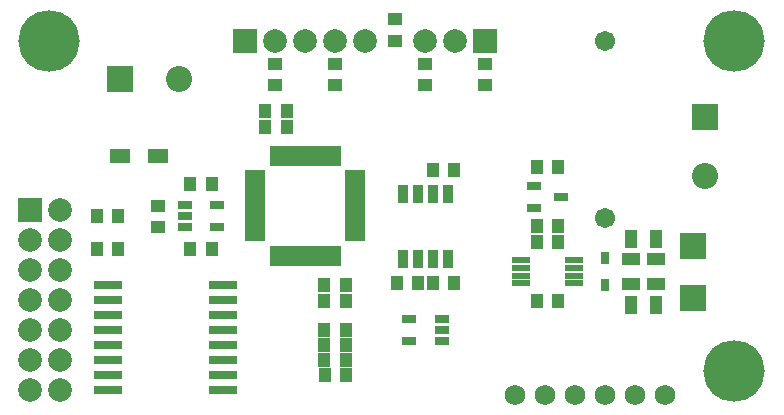
<source format=gts>
%TF.GenerationSoftware,Altium Limited,Altium Designer,24.1.2 (44)*%
G04 Layer_Color=8388736*
%FSLAX45Y45*%
%MOMM*%
%TF.SameCoordinates,791679A7-7A64-4111-B289-18E462613817*%
%TF.FilePolarity,Negative*%
%TF.FileFunction,Soldermask,Top*%
%TF.Part,Single*%
G01*
G75*
%TA.AperFunction,SMDPad,CuDef*%
%ADD46R,1.15320X1.00320*%
%ADD47R,1.10320X1.60320*%
%ADD48R,1.60320X1.10320*%
%ADD49R,0.80320X1.00320*%
%ADD50R,2.20320X2.20320*%
%ADD51R,1.00320X1.15320*%
%ADD52R,1.55320X0.57120*%
%ADD53R,1.15320X0.80320*%
%ADD54R,0.85320X1.55320*%
%ADD55R,1.20320X0.80320*%
%ADD56R,1.65320X0.50320*%
%ADD57R,0.50320X1.65320*%
%ADD58R,1.70320X1.20320*%
%ADD59R,2.40320X0.80320*%
%TA.AperFunction,ComponentPad*%
%ADD60C,1.70320*%
%ADD61R,2.00320X2.00320*%
%ADD62C,2.00320*%
%ADD63R,2.20320X2.20320*%
%ADD64C,2.20320*%
%ADD65R,2.20320X2.20320*%
%ADD66R,2.00320X2.00320*%
%TA.AperFunction,ViaPad*%
%ADD67C,1.72720*%
%ADD68C,5.20320*%
D46*
X4041500Y2770000D02*
D03*
Y2950000D02*
D03*
X3533500Y2770000D02*
D03*
Y2950000D02*
D03*
X2771500Y2770000D02*
D03*
Y2950000D02*
D03*
X2263500Y2770000D02*
D03*
Y2950000D02*
D03*
X3279500Y3330000D02*
D03*
Y3150000D02*
D03*
X1270000Y1572500D02*
D03*
Y1752500D02*
D03*
D47*
X5272500Y1472500D02*
D03*
X5482500D02*
D03*
X5272500Y912500D02*
D03*
X5482500D02*
D03*
D48*
X5272500Y1087500D02*
D03*
Y1297500D02*
D03*
X5482500Y1087500D02*
D03*
Y1297500D02*
D03*
D49*
X5057500Y1307500D02*
D03*
Y1077500D02*
D03*
D50*
X5800000Y1412500D02*
D03*
Y972500D02*
D03*
D51*
X4657500Y942500D02*
D03*
X4477500D02*
D03*
X4657500Y1442500D02*
D03*
X4477500D02*
D03*
X4657500Y1577500D02*
D03*
X4477500D02*
D03*
Y2077501D02*
D03*
X4657500D02*
D03*
X3777000Y2052500D02*
D03*
X3597000D02*
D03*
Y1097500D02*
D03*
X3777000D02*
D03*
X3470000D02*
D03*
X3290000D02*
D03*
X2677500Y1077500D02*
D03*
X2857500D02*
D03*
X2677500Y942500D02*
D03*
X2857500D02*
D03*
X2677500Y698000D02*
D03*
X2857500D02*
D03*
Y571000D02*
D03*
X2677500D02*
D03*
Y444000D02*
D03*
X2857500D02*
D03*
X2860000Y317000D02*
D03*
X2680000D02*
D03*
X2177500Y2557500D02*
D03*
X2357500D02*
D03*
X2177500Y2422500D02*
D03*
X2357500D02*
D03*
X1544000Y1387500D02*
D03*
X1724000D02*
D03*
X1544000Y1937501D02*
D03*
X1724000D02*
D03*
X754000Y1662500D02*
D03*
X934000D02*
D03*
X754000Y1387500D02*
D03*
X934000D02*
D03*
D52*
X4345000Y1290000D02*
D03*
Y1225000D02*
D03*
Y1160000D02*
D03*
Y1095000D02*
D03*
X4790000Y1290000D02*
D03*
Y1225000D02*
D03*
Y1160000D02*
D03*
Y1095000D02*
D03*
D53*
X4450000Y1922500D02*
D03*
Y1732500D02*
D03*
X4685000Y1827500D02*
D03*
D54*
X3724000Y1852500D02*
D03*
X3597000D02*
D03*
X3470000D02*
D03*
X3343000D02*
D03*
X3724000Y1297500D02*
D03*
X3597000D02*
D03*
X3470000D02*
D03*
X3343000D02*
D03*
D55*
X3396000Y603000D02*
D03*
Y793000D02*
D03*
X3671000D02*
D03*
Y698000D02*
D03*
Y603000D02*
D03*
X1771500Y1757500D02*
D03*
Y1567500D02*
D03*
X1496500D02*
D03*
Y1662500D02*
D03*
Y1757500D02*
D03*
D56*
X2095000Y2025000D02*
D03*
Y1975000D02*
D03*
Y1925000D02*
D03*
Y1875000D02*
D03*
Y1825000D02*
D03*
Y1775000D02*
D03*
Y1725000D02*
D03*
Y1675000D02*
D03*
Y1625000D02*
D03*
Y1575000D02*
D03*
Y1525000D02*
D03*
Y1475000D02*
D03*
X2940000D02*
D03*
Y1525000D02*
D03*
Y1575000D02*
D03*
Y1625000D02*
D03*
Y1675000D02*
D03*
Y1725000D02*
D03*
Y1775000D02*
D03*
Y1825000D02*
D03*
Y1875000D02*
D03*
Y1925000D02*
D03*
Y1975000D02*
D03*
Y2025000D02*
D03*
D57*
X2242500Y1327500D02*
D03*
X2292500D02*
D03*
X2342500D02*
D03*
X2392500D02*
D03*
X2442500D02*
D03*
X2492500D02*
D03*
X2542500D02*
D03*
X2592500D02*
D03*
X2642500D02*
D03*
X2692500D02*
D03*
X2742500D02*
D03*
X2792500D02*
D03*
Y2172500D02*
D03*
X2742500D02*
D03*
X2692500D02*
D03*
X2642500D02*
D03*
X2592500D02*
D03*
X2542500D02*
D03*
X2492500D02*
D03*
X2442500D02*
D03*
X2392500D02*
D03*
X2342500D02*
D03*
X2292500D02*
D03*
X2242500D02*
D03*
D58*
X1270000D02*
D03*
X950000D02*
D03*
D59*
X1824000Y190000D02*
D03*
Y317000D02*
D03*
Y444000D02*
D03*
Y571000D02*
D03*
Y698000D02*
D03*
Y825000D02*
D03*
Y952000D02*
D03*
Y1079000D02*
D03*
X844000Y190000D02*
D03*
Y317000D02*
D03*
Y444000D02*
D03*
Y571000D02*
D03*
Y698000D02*
D03*
Y825000D02*
D03*
Y952000D02*
D03*
Y1079000D02*
D03*
D60*
X5057500Y1650000D02*
D03*
Y3150000D02*
D03*
D61*
X4041500D02*
D03*
X2009500D02*
D03*
D62*
X3787500D02*
D03*
X3533500D02*
D03*
X3025500D02*
D03*
X2771500D02*
D03*
X2517500D02*
D03*
X2263500D02*
D03*
X190000Y444000D02*
D03*
Y698000D02*
D03*
Y952000D02*
D03*
Y1206000D02*
D03*
Y1460000D02*
D03*
X444000Y1714000D02*
D03*
Y1460000D02*
D03*
Y1206000D02*
D03*
Y952000D02*
D03*
Y698000D02*
D03*
Y444000D02*
D03*
Y190000D02*
D03*
X190000D02*
D03*
D63*
X5900000Y2500000D02*
D03*
D64*
X5900000Y2000000D02*
D03*
X1450000Y2825000D02*
D03*
D65*
X950000Y2825000D02*
D03*
D66*
X190000Y1714000D02*
D03*
D67*
X4291500Y150000D02*
D03*
X4799500D02*
D03*
X5561500D02*
D03*
X5053500D02*
D03*
X5307500D02*
D03*
X4545500D02*
D03*
D68*
X6150000Y350000D02*
D03*
Y3150000D02*
D03*
X350000D02*
D03*
%TF.MD5,ab6e87941e31342c2339a5c1cb2bc320*%
M02*

</source>
